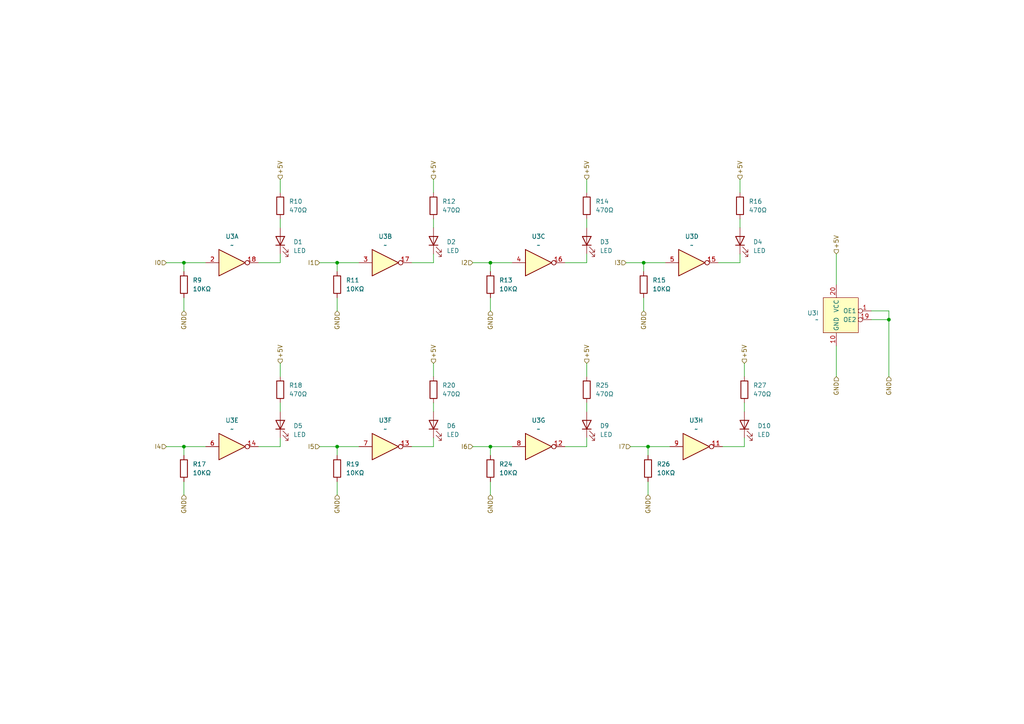
<source format=kicad_sch>
(kicad_sch (version 20250114) (generator "eeschema") (generator_version "9.0")
  (paper "A4")
  (title_block (title "Entradas") (date "2025-04-20") (rev "1.0") (company "UTN FRC") (comment 1 "Minilab") (comment 2 "Tecnicas Digitales 1") (comment 3 "Grasso y Palombo"))
  (lib_symbols
    (symbol "Device:LED" (pin_numbers (hide yes)) (pin_names (offset 1.016) (hide yes))
      (property "Reference" "D" (at 0 2.54 0))
      (property "Value" "LED" (at 0 -2.54 0))
      (symbol "LED_0_1"
        (polyline (pts (xy -3.048 -0.762) (xy -4.572 -2.286) (xy -3.81 -2.286) (xy -4.572 -2.286) (xy -4.572 -1.524)))
        (polyline (pts (xy -1.778 -0.762) (xy -3.302 -2.286) (xy -2.54 -2.286) (xy -3.302 -2.286) (xy -3.302 -1.524)))
        (polyline (pts (xy -1.27 0) (xy 1.27 0)))
        (polyline (pts (xy -1.27 -1.27) (xy -1.27 1.27)) (stroke (width 0.254)))
        (polyline (pts (xy 1.27 -1.27) (xy 1.27 1.27) (xy -1.27 0) (xy 1.27 -1.27)) (stroke (width 0.254)))
      )
      (symbol "LED_1_1"
        (pin passive line (at -3.81 0 0) (length 2.54) (name "K") (number "1"))
        (pin passive line (at 3.81 0 180) (length 2.54) (name "A") (number "2"))
      )
    )
    (symbol "Device:R" (pin_numbers (hide yes)) (pin_names (offset 0))
      (property "Reference" "R" (at 2.032 0 90))
      (property "Value" "R" (at 0 0 90))
      (symbol "R_0_1"
        (rectangle (start -1.016 -2.54) (end 1.016 2.54) (stroke (width 0.254)))
      )
      (symbol "R_1_1"
        (pin passive line (at 0 3.81 270) (length 1.27) (name "~") (number "1"))
        (pin passive line (at 0 -3.81 90) (length 1.27) (name "~") (number "2"))
      )
    )
    (symbol "Extras:74HC540N"
      (property "Reference" "U" (at -6.096 0 0))
      (symbol "74HC540N_1_0"
        (polyline (pts (xy -3.81 3.81) (xy -3.81 -3.81) (xy 3.81 0) (xy -3.81 3.81)) (stroke (width 0.254)) (fill (type background)))
        (pin input line (at -7.62 0 0) (length 3.81) (name "~") (number "2"))
        (pin tri_state inverted (at 7.62 0 180) (length 3.81) (name "~") (number "18"))
      )
      (symbol "74HC540N_2_0"
        (polyline (pts (xy -3.81 3.81) (xy -3.81 -3.81) (xy 3.81 0) (xy -3.81 3.81)) (stroke (width 0.254)) (fill (type background)))
        (pin input line (at -7.62 0 0) (length 3.81) (name "~") (number "3"))
        (pin tri_state inverted (at 7.62 0 180) (length 3.81) (name "~") (number "17"))
      )
      (symbol "74HC540N_3_0"
        (polyline (pts (xy -3.81 3.81) (xy -3.81 -3.81) (xy 3.81 0) (xy -3.81 3.81)) (stroke (width 0.254)) (fill (type background)))
        (pin input line (at -7.62 0 0) (length 3.81) (name "~") (number "4"))
        (pin tri_state inverted (at 7.62 0 180) (length 3.81) (name "") (number "16"))
      )
      (symbol "74HC540N_4_0"
        (polyline (pts (xy -3.81 3.81) (xy -3.81 -3.81) (xy 3.81 0) (xy -3.81 3.81)) (stroke (width 0.254)) (fill (type background)))
        (pin input line (at -7.62 0 0) (length 3.81) (name "~") (number "5"))
        (pin tri_state inverted (at 7.62 0 180) (length 3.81) (name "~") (number "15"))
      )
      (symbol "74HC540N_5_0"
        (polyline (pts (xy -3.81 3.81) (xy -3.81 -3.81) (xy 3.81 0) (xy -3.81 3.81)) (stroke (width 0.254)) (fill (type background)))
        (pin input line (at -7.62 0 0) (length 3.81) (name "~") (number "6"))
        (pin tri_state inverted (at 7.62 0 180) (length 3.81) (name "") (number "14"))
      )
      (symbol "74HC540N_6_0"
        (polyline (pts (xy -3.81 3.81) (xy -3.81 -3.81) (xy 3.81 0) (xy -3.81 3.81)) (stroke (width 0.254)) (fill (type background)))
        (pin input line (at -7.62 0 0) (length 3.81) (name "~") (number "7"))
        (pin tri_state inverted (at 7.62 0 180) (length 3.81) (name "~") (number "13"))
      )
      (symbol "74HC540N_7_0"
        (polyline (pts (xy -3.81 3.81) (xy -3.81 -3.81) (xy 3.81 0) (xy -3.81 3.81)) (stroke (width 0.254)) (fill (type background)))
        (pin input line (at -7.62 0 0) (length 3.81) (name "~") (number "8"))
        (pin tri_state inverted (at 7.62 0 180) (length 3.81) (name "~") (number "12"))
      )
      (symbol "74HC540N_8_0"
        (polyline (pts (xy -3.81 3.81) (xy -3.81 -3.81) (xy 3.81 0) (xy -3.81 3.81)) (stroke (width 0.254)) (fill (type background)))
        (pin input line (at -7.62 0 0) (length 3.81) (name "~") (number "9"))
        (pin tri_state inverted (at 7.62 0 180) (length 3.81) (name "~") (number "11"))
      )
      (symbol "74HC540N_9_0"
        (pin power_in line (at 0 8.89 270) (length 3.81) (name "VCC") (number "20"))
        (pin power_in line (at 0 -8.89 90) (length 3.81) (name "GND") (number "10"))
        (pin input inverted (at 10.16 1.27 180) (length 3.81) (name "OE1") (number "1"))
        (pin input inverted (at 10.16 -1.27 180) (length 3.81) (name "OE2") (number "19"))
      )
      (symbol "74HC540N_9_1"
        (rectangle (start -3.81 5.08) (end 6.35 -5.08) (fill (type background)))
      )
    )
  )
  (junction (at 142.24 76.2))
  (junction (at 187.96 129.54))
  (junction (at 186.69 76.2))
  (junction (at 257.81 92.71))
  (junction (at 142.24 129.54))
  (junction (at 97.79 129.54))
  (junction (at 53.34 129.54))
  (junction (at 53.34 76.2))
  (junction (at 97.79 76.2))
  (wire (pts (xy 53.34 139.7) (xy 53.34 143.51)))
  (wire (pts (xy 125.73 116.84) (xy 125.73 119.38)))
  (wire (pts (xy 81.28 76.2) (xy 81.28 73.66)))
  (wire (pts (xy 257.81 92.71) (xy 257.81 109.22)))
  (wire (pts (xy 125.73 63.5) (xy 125.73 66.04)))
  (wire (pts (xy 81.28 129.54) (xy 81.28 127)))
  (wire (pts (xy 119.38 129.54) (xy 125.73 129.54)))
  (wire (pts (xy 137.16 129.54) (xy 142.24 129.54)))
  (wire (pts (xy 97.79 76.2) (xy 104.14 76.2)))
  (wire (pts (xy 142.24 139.7) (xy 142.24 143.51)))
  (wire (pts (xy 186.69 86.36) (xy 186.69 90.17)))
  (wire (pts (xy 215.9 129.54) (xy 215.9 127)))
  (wire (pts (xy 53.34 86.36) (xy 53.34 90.17)))
  (wire (pts (xy 142.24 132.08) (xy 142.24 129.54)))
  (wire (pts (xy 142.24 78.74) (xy 142.24 76.2)))
  (wire (pts (xy 53.34 78.74) (xy 53.34 76.2)))
  (wire (pts (xy 81.28 116.84) (xy 81.28 119.38)))
  (wire (pts (xy 257.81 90.17) (xy 257.81 92.71)))
  (wire (pts (xy 53.34 129.54) (xy 59.69 129.54)))
  (wire (pts (xy 187.96 132.08) (xy 187.96 129.54)))
  (wire (pts (xy 119.38 76.2) (xy 125.73 76.2)))
  (wire (pts (xy 209.55 129.54) (xy 215.9 129.54)))
  (wire (pts (xy 163.83 76.2) (xy 170.18 76.2)))
  (wire (pts (xy 53.34 132.08) (xy 53.34 129.54)))
  (wire (pts (xy 181.61 76.2) (xy 186.69 76.2)))
  (wire (pts (xy 170.18 116.84) (xy 170.18 119.38)))
  (wire (pts (xy 125.73 129.54) (xy 125.73 127)))
  (wire (pts (xy 137.16 76.2) (xy 142.24 76.2)))
  (wire (pts (xy 81.28 52.07) (xy 81.28 55.88)))
  (wire (pts (xy 186.69 78.74) (xy 186.69 76.2)))
  (wire (pts (xy 97.79 86.36) (xy 97.79 90.17)))
  (wire (pts (xy 170.18 105.41) (xy 170.18 109.22)))
  (wire (pts (xy 97.79 132.08) (xy 97.79 129.54)))
  (wire (pts (xy 142.24 76.2) (xy 148.59 76.2)))
  (wire (pts (xy 92.71 76.2) (xy 97.79 76.2)))
  (wire (pts (xy 97.79 78.74) (xy 97.79 76.2)))
  (wire (pts (xy 187.96 139.7) (xy 187.96 143.51)))
  (wire (pts (xy 214.63 52.07) (xy 214.63 55.88)))
  (wire (pts (xy 125.73 105.41) (xy 125.73 109.22)))
  (wire (pts (xy 125.73 52.07) (xy 125.73 55.88)))
  (wire (pts (xy 48.26 76.2) (xy 53.34 76.2)))
  (wire (pts (xy 252.73 92.71) (xy 257.81 92.71)))
  (wire (pts (xy 170.18 63.5) (xy 170.18 66.04)))
  (wire (pts (xy 182.88 129.54) (xy 187.96 129.54)))
  (wire (pts (xy 242.57 100.33) (xy 242.57 109.22)))
  (wire (pts (xy 163.83 129.54) (xy 170.18 129.54)))
  (wire (pts (xy 48.26 129.54) (xy 53.34 129.54)))
  (wire (pts (xy 187.96 129.54) (xy 194.31 129.54)))
  (wire (pts (xy 214.63 76.2) (xy 214.63 73.66)))
  (wire (pts (xy 215.9 105.41) (xy 215.9 109.22)))
  (wire (pts (xy 215.9 116.84) (xy 215.9 119.38)))
  (wire (pts (xy 242.57 73.66) (xy 242.57 82.55)))
  (wire (pts (xy 208.28 76.2) (xy 214.63 76.2)))
  (wire (pts (xy 74.93 129.54) (xy 81.28 129.54)))
  (wire (pts (xy 81.28 105.41) (xy 81.28 109.22)))
  (wire (pts (xy 74.93 76.2) (xy 81.28 76.2)))
  (wire (pts (xy 170.18 129.54) (xy 170.18 127)))
  (wire (pts (xy 170.18 76.2) (xy 170.18 73.66)))
  (wire (pts (xy 252.73 90.17) (xy 257.81 90.17)))
  (wire (pts (xy 125.73 76.2) (xy 125.73 73.66)))
  (wire (pts (xy 97.79 139.7) (xy 97.79 143.51)))
  (wire (pts (xy 170.18 52.07) (xy 170.18 55.88)))
  (wire (pts (xy 92.71 129.54) (xy 97.79 129.54)))
  (wire (pts (xy 81.28 63.5) (xy 81.28 66.04)))
  (wire (pts (xy 142.24 86.36) (xy 142.24 90.17)))
  (wire (pts (xy 186.69 76.2) (xy 193.04 76.2)))
  (wire (pts (xy 53.34 76.2) (xy 59.69 76.2)))
  (wire (pts (xy 214.63 63.5) (xy 214.63 66.04)))
  (wire (pts (xy 142.24 129.54) (xy 148.59 129.54)))
  (wire (pts (xy 97.79 129.54) (xy 104.14 129.54)))
  (hierarchical_label "GND" (shape input) (at 97.79 90.17 270))
  (hierarchical_label "+5V" (shape input) (at 214.63 52.07 90))
  (hierarchical_label "I4" (shape input) (at 48.26 129.54 180))
  (hierarchical_label "GND" (shape input) (at 257.81 109.22 270))
  (hierarchical_label "I6" (shape input) (at 137.16 129.54 180))
  (hierarchical_label "GND" (shape input) (at 53.34 143.51 270))
  (hierarchical_label "GND" (shape input) (at 97.79 143.51 270))
  (hierarchical_label "I1" (shape input) (at 92.71 76.2 180))
  (hierarchical_label "+5V" (shape input) (at 170.18 105.41 90))
  (hierarchical_label "+5V" (shape input) (at 242.57 73.66 90))
  (hierarchical_label "+5V" (shape input) (at 81.28 105.41 90))
  (hierarchical_label "GND" (shape input) (at 53.34 90.17 270))
  (hierarchical_label "I3" (shape input) (at 181.61 76.2 180))
  (hierarchical_label "I0" (shape input) (at 48.26 76.2 180))
  (hierarchical_label "GND" (shape input) (at 187.96 143.51 270))
  (hierarchical_label "GND" (shape input) (at 242.57 109.22 270))
  (hierarchical_label "+5V" (shape input) (at 215.9 105.41 90))
  (hierarchical_label "GND" (shape input) (at 142.24 90.17 270))
  (hierarchical_label "I5" (shape input) (at 92.71 129.54 180))
  (hierarchical_label "+5V" (shape input) (at 125.73 52.07 90))
  (hierarchical_label "I7" (shape input) (at 182.88 129.54 180))
  (hierarchical_label "GND" (shape input) (at 142.24 143.51 270))
  (hierarchical_label "+5V" (shape input) (at 125.73 105.41 90))
  (hierarchical_label "I2" (shape input) (at 137.16 76.2 180))
  (hierarchical_label "+5V" (shape input) (at 81.28 52.07 90))
  (hierarchical_label "+5V" (shape input) (at 170.18 52.07 90))
  (hierarchical_label "GND" (shape input) (at 186.69 90.17 270))
  (symbol (lib_id "Extras:74HC540N") (at 67.31 76.2 0) (unit 1)
    (property "Reference" "U3" (at 67.31 68.58 0))
    (property "Value" "~" (at 67.31 71.12 0))
  )
  (symbol (lib_id "Device:R") (at 81.28 59.69 0) (unit 1)
    (property "Reference" "R10" (at 83.82 58.4199 0) (effects (justify left)))
    (property "Value" "470Ω" (at 83.82 60.9599 0) (effects (justify left)))
    (property "Description" "Resistor" (effects (hide yes)))
  )
  (symbol (lib_id "Device:LED") (at 125.73 123.19 90) (unit 1)
    (property "Reference" "D6" (at 129.54 123.5074 90) (effects (justify right)))
    (property "Value" "LED" (at 129.54 126.0474 90) (effects (justify right)))
    (property "Description" "Light emitting diode" (effects (hide yes)))
    (property "Sim.Pins" "1=K 2=A" (effects (hide yes)))
  )
  (symbol (lib_id "Device:R") (at 186.69 82.55 0) (unit 1)
    (property "Reference" "R15" (at 189.23 81.2799 0) (effects (justify left)))
    (property "Value" "10KΩ" (at 189.23 83.8199 0) (effects (justify left)))
    (property "Description" "Resistor" (effects (hide yes)))
  )
  (symbol (lib_id "Device:R") (at 170.18 59.69 0) (unit 1)
    (property "Reference" "R14" (at 172.72 58.4199 0) (effects (justify left)))
    (property "Value" "470Ω" (at 172.72 60.9599 0) (effects (justify left)))
    (property "Description" "Resistor" (effects (hide yes)))
  )
  (symbol (lib_id "Device:R") (at 142.24 82.55 0) (unit 1)
    (property "Reference" "R13" (at 144.78 81.2799 0) (effects (justify left)))
    (property "Value" "10KΩ" (at 144.78 83.8199 0) (effects (justify left)))
    (property "Description" "Resistor" (effects (hide yes)))
  )
  (symbol (lib_id "Device:LED") (at 215.9 123.19 90) (unit 1)
    (property "Reference" "D10" (at 219.71 123.5074 90) (effects (justify right)))
    (property "Value" "LED" (at 219.71 126.0474 90) (effects (justify right)))
    (property "Description" "Light emitting diode" (effects (hide yes)))
    (property "Sim.Pins" "1=K 2=A" (effects (hide yes)))
  )
  (symbol (lib_id "Device:LED") (at 214.63 69.85 90) (unit 1)
    (property "Reference" "D4" (at 218.44 70.1674 90) (effects (justify right)))
    (property "Value" "LED" (at 218.44 72.7074 90) (effects (justify right)))
    (property "Description" "Light emitting diode" (effects (hide yes)))
    (property "Sim.Pins" "1=K 2=A" (effects (hide yes)))
  )
  (symbol (lib_id "Extras:74HC540N") (at 156.21 129.54 0) (unit 7)
    (property "Reference" "U3" (at 156.21 121.92 0))
    (property "Value" "~" (at 156.21 124.46 0))
  )
  (symbol (lib_id "Extras:74HC540N") (at 111.76 129.54 0) (unit 6)
    (property "Reference" "U3" (at 111.76 121.92 0))
    (property "Value" "~" (at 111.76 124.46 0))
  )
  (symbol (lib_id "Device:LED") (at 81.28 123.19 90) (unit 1)
    (property "Reference" "D5" (at 85.09 123.5074 90) (effects (justify right)))
    (property "Value" "LED" (at 85.09 126.0474 90) (effects (justify right)))
    (property "Description" "Light emitting diode" (effects (hide yes)))
    (property "Sim.Pins" "1=K 2=A" (effects (hide yes)))
  )
  (symbol (lib_id "Device:R") (at 97.79 82.55 0) (unit 1)
    (property "Reference" "R11" (at 100.33 81.2799 0) (effects (justify left)))
    (property "Value" "10KΩ" (at 100.33 83.8199 0) (effects (justify left)))
    (property "Description" "Resistor" (effects (hide yes)))
  )
  (symbol (lib_id "Device:R") (at 125.73 113.03 0) (unit 1)
    (property "Reference" "R20" (at 128.27 111.7599 0) (effects (justify left)))
    (property "Value" "470Ω" (at 128.27 114.2999 0) (effects (justify left)))
    (property "Description" "Resistor" (effects (hide yes)))
  )
  (symbol (lib_id "Device:LED") (at 125.73 69.85 90) (unit 1)
    (property "Reference" "D2" (at 129.54 70.1674 90) (effects (justify right)))
    (property "Value" "LED" (at 129.54 72.7074 90) (effects (justify right)))
    (property "Description" "Light emitting diode" (effects (hide yes)))
    (property "Sim.Pins" "1=K 2=A" (effects (hide yes)))
  )
  (symbol (lib_id "Device:LED") (at 170.18 123.19 90) (unit 1)
    (property "Reference" "D9" (at 173.99 123.5074 90) (effects (justify right)))
    (property "Value" "LED" (at 173.99 126.0474 90) (effects (justify right)))
    (property "Description" "Light emitting diode" (effects (hide yes)))
    (property "Sim.Pins" "1=K 2=A" (effects (hide yes)))
  )
  (symbol (lib_id "Extras:74HC540N") (at 111.76 76.2 0) (unit 2)
    (property "Reference" "U3" (at 111.76 68.58 0))
    (property "Value" "~" (at 111.76 71.12 0))
  )
  (symbol (lib_id "Extras:74HC540N") (at 156.21 76.2 0) (unit 3)
    (property "Reference" "U3" (at 156.21 68.58 0))
    (property "Value" "~" (at 156.21 71.12 0))
  )
  (symbol (lib_id "Device:R") (at 187.96 135.89 0) (unit 1)
    (property "Reference" "R26" (at 190.5 134.6199 0) (effects (justify left)))
    (property "Value" "10KΩ" (at 190.5 137.1599 0) (effects (justify left)))
    (property "Description" "Resistor" (effects (hide yes)))
  )
  (symbol (lib_id "Device:R") (at 170.18 113.03 0) (unit 1)
    (property "Reference" "R25" (at 172.72 111.7599 0) (effects (justify left)))
    (property "Value" "470Ω" (at 172.72 114.2999 0) (effects (justify left)))
    (property "Description" "Resistor" (effects (hide yes)))
  )
  (symbol (lib_id "Extras:74HC540N") (at 201.93 129.54 0) (unit 8)
    (property "Reference" "U3" (at 201.93 121.92 0))
    (property "Value" "~" (at 201.93 124.46 0))
  )
  (symbol (lib_id "Device:LED") (at 170.18 69.85 90) (unit 1)
    (property "Reference" "D3" (at 173.99 70.1674 90) (effects (justify right)))
    (property "Value" "LED" (at 173.99 72.7074 90) (effects (justify right)))
    (property "Description" "Light emitting diode" (effects (hide yes)))
    (property "Sim.Pins" "1=K 2=A" (effects (hide yes)))
  )
  (symbol (lib_id "Device:R") (at 53.34 135.89 0) (unit 1)
    (property "Reference" "R17" (at 55.88 134.6199 0) (effects (justify left)))
    (property "Value" "10KΩ" (at 55.88 137.1599 0) (effects (justify left)))
    (property "Description" "Resistor" (effects (hide yes)))
  )
  (symbol (lib_id "Device:R") (at 214.63 59.69 0) (unit 1)
    (property "Reference" "R16" (at 217.17 58.4199 0) (effects (justify left)))
    (property "Value" "470Ω" (at 217.17 60.9599 0) (effects (justify left)))
    (property "Description" "Resistor" (effects (hide yes)))
  )
  (symbol (lib_id "Extras:74HC540N") (at 67.31 129.54 0) (unit 5)
    (property "Reference" "U3" (at 67.31 121.92 0))
    (property "Value" "~" (at 67.31 124.46 0))
  )
  (symbol (lib_id "Device:R") (at 142.24 135.89 0) (unit 1)
    (property "Reference" "R24" (at 144.78 134.6199 0) (effects (justify left)))
    (property "Value" "10KΩ" (at 144.78 137.1599 0) (effects (justify left)))
    (property "Description" "Resistor" (effects (hide yes)))
  )
  (symbol (lib_id "Device:R") (at 53.34 82.55 0) (unit 1)
    (property "Reference" "R9" (at 55.88 81.2799 0) (effects (justify left)))
    (property "Value" "10KΩ" (at 55.88 83.8199 0) (effects (justify left)))
    (property "Description" "Resistor" (effects (hide yes)))
  )
  (symbol (lib_id "Device:R") (at 215.9 113.03 0) (unit 1)
    (property "Reference" "R27" (at 218.44 111.7599 0) (effects (justify left)))
    (property "Value" "470Ω" (at 218.44 114.2999 0) (effects (justify left)))
    (property "Description" "Resistor" (effects (hide yes)))
  )
  (symbol (lib_id "Device:LED") (at 81.28 69.85 90) (unit 1)
    (property "Reference" "D1" (at 85.09 70.1674 90) (effects (justify right)))
    (property "Value" "LED" (at 85.09 72.7074 90) (effects (justify right)))
    (property "Description" "Light emitting diode" (effects (hide yes)))
    (property "Sim.Pins" "1=K 2=A" (effects (hide yes)))
  )
  (symbol (lib_id "Extras:74HC540N") (at 242.57 91.44 0) (unit 9)
    (property "Reference" "U3" (at 237.49 90.8049 0) (effects (justify right)))
    (property "Value" "~" (at 237.49 92.71 0) (effects (justify right)))
  )
  (symbol (lib_id "Device:R") (at 81.28 113.03 0) (unit 1)
    (property "Reference" "R18" (at 83.82 111.7599 0) (effects (justify left)))
    (property "Value" "470Ω" (at 83.82 114.2999 0) (effects (justify left)))
    (property "Description" "Resistor" (effects (hide yes)))
  )
  (symbol (lib_id "Device:R") (at 97.79 135.89 0) (unit 1)
    (property "Reference" "R19" (at 100.33 134.6199 0) (effects (justify left)))
    (property "Value" "10KΩ" (at 100.33 137.1599 0) (effects (justify left)))
    (property "Description" "Resistor" (effects (hide yes)))
  )
  (symbol (lib_id "Device:R") (at 125.73 59.69 0) (unit 1)
    (property "Reference" "R12" (at 128.27 58.4199 0) (effects (justify left)))
    (property "Value" "470Ω" (at 128.27 60.9599 0) (effects (justify left)))
    (property "Description" "Resistor" (effects (hide yes)))
  )
  (symbol (lib_id "Extras:74HC540N") (at 200.66 76.2 0) (unit 4)
    (property "Reference" "U3" (at 200.66 68.58 0))
    (property "Value" "~" (at 200.66 71.12 0))
  )
)
</source>
